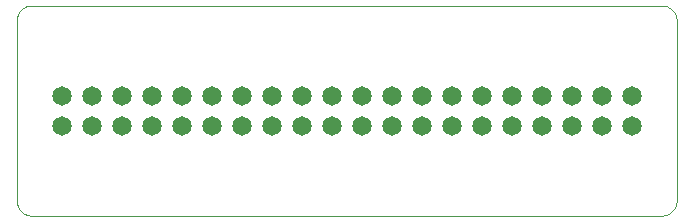
<source format=gtl>
G75*
%MOIN*%
%OFA0B0*%
%FSLAX24Y24*%
%IPPOS*%
%LPD*%
%AMOC8*
5,1,8,0,0,1.08239X$1,22.5*
%
%ADD10C,0.0010*%
%ADD11C,0.0000*%
%ADD12C,0.0650*%
D10*
X000617Y000138D02*
X021617Y000138D01*
X022117Y000638D02*
X022117Y006638D01*
X022115Y006682D01*
X022109Y006725D01*
X022100Y006767D01*
X022087Y006809D01*
X022070Y006849D01*
X022050Y006888D01*
X022027Y006925D01*
X022000Y006959D01*
X021971Y006992D01*
X021938Y007021D01*
X021904Y007048D01*
X021867Y007071D01*
X021828Y007091D01*
X021788Y007108D01*
X021746Y007121D01*
X021704Y007130D01*
X021661Y007136D01*
X021617Y007138D01*
X000617Y007138D01*
X000573Y007136D01*
X000530Y007130D01*
X000488Y007121D01*
X000446Y007108D01*
X000406Y007091D01*
X000367Y007071D01*
X000330Y007048D01*
X000296Y007021D01*
X000263Y006992D01*
X000234Y006959D01*
X000207Y006925D01*
X000184Y006888D01*
X000164Y006849D01*
X000147Y006809D01*
X000134Y006767D01*
X000125Y006725D01*
X000119Y006682D01*
X000117Y006638D01*
X000117Y000638D01*
X000119Y000594D01*
X000125Y000551D01*
X000134Y000509D01*
X000147Y000467D01*
X000164Y000427D01*
X000184Y000388D01*
X000207Y000351D01*
X000234Y000317D01*
X000263Y000284D01*
X000296Y000255D01*
X000330Y000228D01*
X000367Y000205D01*
X000406Y000185D01*
X000446Y000168D01*
X000488Y000155D01*
X000530Y000146D01*
X000573Y000140D01*
X000617Y000138D01*
D11*
X021617Y000138D02*
X021661Y000140D01*
X021704Y000146D01*
X021746Y000155D01*
X021788Y000168D01*
X021828Y000185D01*
X021867Y000205D01*
X021904Y000228D01*
X021938Y000255D01*
X021971Y000284D01*
X022000Y000317D01*
X022027Y000351D01*
X022050Y000388D01*
X022070Y000427D01*
X022087Y000467D01*
X022100Y000509D01*
X022109Y000551D01*
X022115Y000594D01*
X022117Y000638D01*
D12*
X020617Y003138D03*
X019617Y003138D03*
X018617Y003138D03*
X017617Y003138D03*
X016617Y003138D03*
X015617Y003138D03*
X014617Y003138D03*
X013617Y003138D03*
X012617Y003138D03*
X011617Y003138D03*
X010617Y003138D03*
X009617Y003138D03*
X008617Y003138D03*
X007617Y003138D03*
X006617Y003138D03*
X005617Y003138D03*
X004617Y003138D03*
X003617Y003138D03*
X002617Y003138D03*
X001617Y003138D03*
X001617Y004138D03*
X002617Y004138D03*
X003617Y004138D03*
X004617Y004138D03*
X005617Y004138D03*
X006617Y004138D03*
X007617Y004138D03*
X008617Y004138D03*
X009617Y004138D03*
X010617Y004138D03*
X011617Y004138D03*
X012617Y004138D03*
X013617Y004138D03*
X014617Y004138D03*
X015617Y004138D03*
X016617Y004138D03*
X017617Y004138D03*
X018617Y004138D03*
X019617Y004138D03*
X020617Y004138D03*
M02*

</source>
